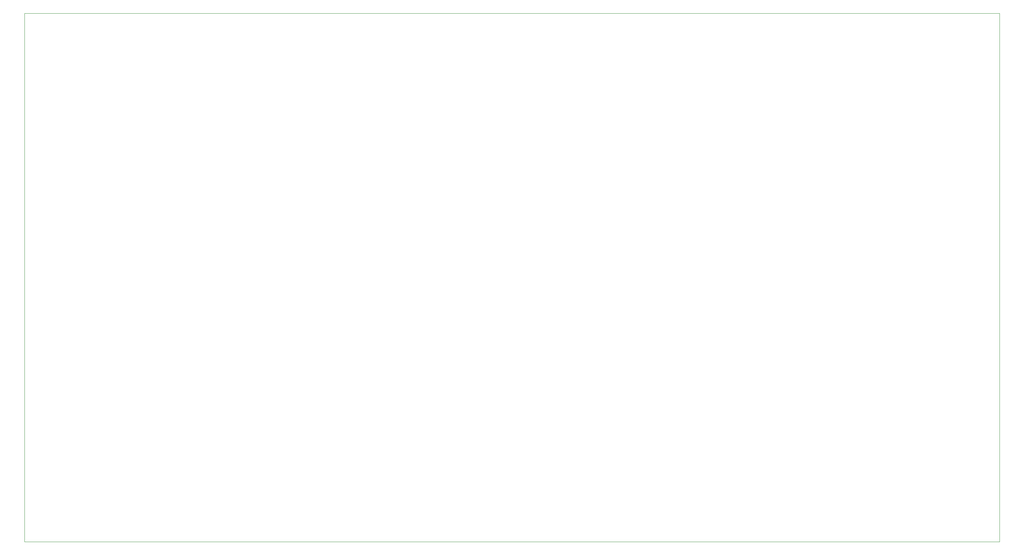
<source format=gbr>
%TF.GenerationSoftware,KiCad,Pcbnew,(6.0.11)*%
%TF.CreationDate,2024-04-05T19:30:15-05:00*%
%TF.ProjectId,TrebleSynth,54726562-6c65-4537-996e-74682e6b6963,rev?*%
%TF.SameCoordinates,Original*%
%TF.FileFunction,Profile,NP*%
%FSLAX46Y46*%
G04 Gerber Fmt 4.6, Leading zero omitted, Abs format (unit mm)*
G04 Created by KiCad (PCBNEW (6.0.11)) date 2024-04-05 19:30:15*
%MOMM*%
%LPD*%
G01*
G04 APERTURE LIST*
%TA.AperFunction,Profile*%
%ADD10C,0.100000*%
%TD*%
G04 APERTURE END LIST*
D10*
X25000000Y-38000000D02*
X25000000Y-166000000D01*
X261000000Y-166000000D02*
X261000000Y-38000000D01*
X25000000Y-166000000D02*
X261000000Y-166000000D01*
X261000000Y-38000000D02*
X25000000Y-38000000D01*
M02*

</source>
